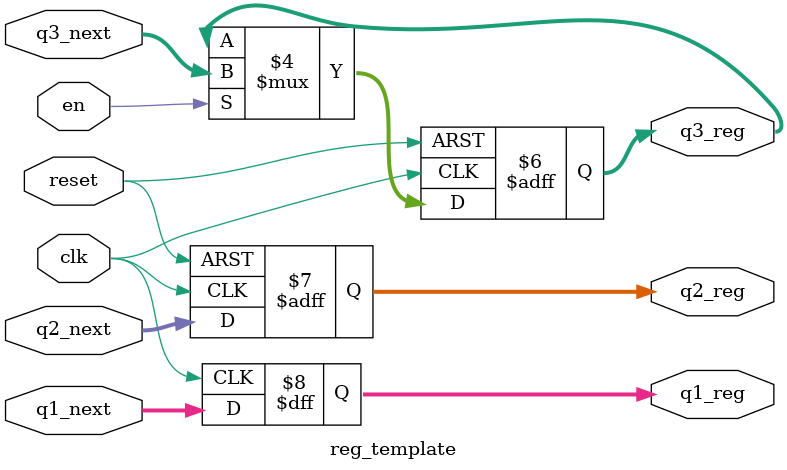
<source format=v>
module reg_template
   (
    input wire clk, reset,
    input wire en,
    input wire [7:0] q1_next, q2_next, q3_next,
    output reg [7:0] q1_reg, q2_reg, q3_reg
   );

   //===========================================
   // register without reset
   //===========================================
   // use nonblock assignment ( <= )
   always @(posedge clk)
      q1_reg <= q1_next;

   //===========================================
   // register with asynchronous reset
   //===========================================
   // use nonblock assignment ( <= )
   always @(posedge clk, posedge reset)
      if (reset)
         q2_reg <= 8'b0;
      else
         q2_reg <= q2_next;

   //===========================================
   // register with enable and asynchronous reset
   //===========================================
   // use nonblock assignment ( <= )
   always @(posedge clk, posedge reset)
      if (reset)
         q3_reg <= 8'b0;
      else if (en)
         q3_reg <= q3_next;

endmodule


</source>
